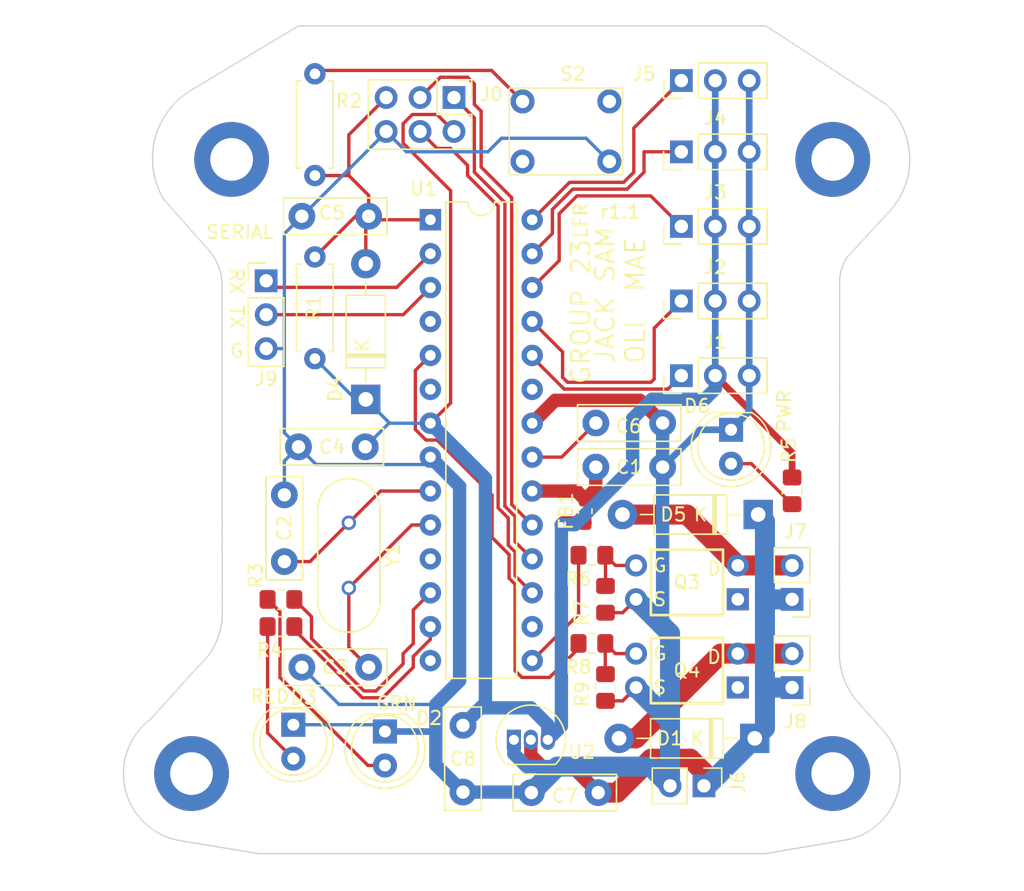
<source format=kicad_pcb>
(kicad_pcb (version 20221018) (generator pcbnew)
  (layers (0 "F.Cu" signal) (31 "B.Cu" signal) (34 "B.Paste" user) (35 "F.Paste" user) (36 "B.SilkS" user "B.Silkscreen") (37 "F.SilkS" user "F.Silkscreen") (38 "B.Mask" user) (39 "F.Mask" user) (44 "Edge.Cuts" user))
  (net 0 "")
  (net 1 "Vdd")
  (net 2 "GND")
  (net 3 "/X1")
  (net 4 "/X2")
  (net 5 "/RESET")
  (net 6 "V+")
  (net 7 "Net-(D1-A)")
  (net 8 "Net-(D2-A)")
  (net 9 "Net-(D3-A)")
  (net 10 "Net-(D5-A)")
  (net 11 "Net-(D6-A)")
  (net 12 "/MISO")
  (net 13 "/SCK")
  (net 14 "/MOSI")
  (net 16 "/PWML")
  (net 18 "/PWMR")
  (net 19 "Net-(R2-Pad2)")
  (net 20 "/LEDG")
  (net 21 "/LEDR")
  (net 22 "/RX")
  (net 23 "/TX")
  (net 30 "/ADC1")
  (net 31 "/ADC2")
  (net 32 "/ADC3")
  (net 33 "/ADC4")
  (net 34 "/ADC5")
  (net 37 "Net-(U1-AREF)")
  (net 38 "/AVCC")
  (net 39 "Net-(Q3-Pad3)")
  (net 40 "Net-(Q4-Pad3)")
  (footprint "Capacitor_THT:C_Disc_D7.5mm_W2.5mm_P5.00mm" (layer "F.Cu") (at 157.44 122.428 180)
    (fp_text reference "C7" (at 2.5 -0.254) (layer "F.SilkS"))
    (fp_text value "1u")
    (pad "1" thru_hole circle (at 0 0 180) (size 2 2) (drill 1) (layers "*.Cu" "*.Mask") (net 6 "V+"))
    (pad "2" thru_hole circle (at 5 0 180) (size 2 2) (drill 1) (layers "*.Cu" "*.Mask") (net 2 "GND"))
  )
  (footprint "Connector_PinHeader_2.54mm:PinHeader_1x02_P2.54mm_Vertical" (layer "F.Cu") (at 165.359 121.92 -90)
    (fp_text reference "J6" (at -0.254 -2.535 90) (layer "F.SilkS"))
    (fp_text value "POWER SUPPLY")
    (pad "1" thru_hole rect (at 0 0 270) (size 1.7 1.7) (drill 1) (layers "*.Cu" "*.Mask") (net 6 "V+"))
    (pad "2" thru_hole oval (at 0 2.54 270) (size 1.7 1.7) (drill 1) (layers "*.Cu" "*.Mask") (net 2 "GND"))
  )
  (footprint "Capacitor_THT:C_Disc_D7.5mm_W2.5mm_P5.00mm" (layer "F.Cu") (at 162.266 94.742 180)
    (fp_text reference "C6" (at 2.55 -0.246) (layer "F.SilkS"))
    (fp_text value "0.1u")
    (pad "1" thru_hole circle (at 0 0 180) (size 2 2) (drill 1) (layers "*.Cu" "*.Mask") (net 2 "GND"))
    (pad "2" thru_hole circle (at 5 0 180) (size 2 2) (drill 1) (layers "*.Cu" "*.Mask") (net 37 "Net-(U1-AREF)"))
  )
  (footprint "LED_THT:LED_D5.0mm" (layer "F.Cu") (at 134.62 117.343 -90)
    (fp_text reference "D3" (at -2.027 -0.762 -180) (layer "F.SilkS"))
    (fp_text value "LEDR")
    (pad "1" thru_hole rect (at 0 0 270) (size 1.8 1.8) (drill 0.9) (layers "*.Cu" "*.Mask") (net 2 "GND"))
    (pad "2" thru_hole circle (at 2.54 0 270) (size 1.8 1.8) (drill 0.9) (layers "*.Cu" "*.Mask") (net 9 "Net-(D3-A)"))
  )
  (footprint "Connector_PinHeader_2.54mm:PinHeader_1x03_P2.54mm_Vertical" (layer "F.Cu") (at 132.588 84.089)
    (fp_text reference "J9" (at 0 7.351) (layer "F.SilkS"))
    (fp_text value "Conn_01x03")
    (pad "1" thru_hole rect (at 0 0) (size 1.7 1.7) (drill 1) (layers "*.Cu" "*.Mask") (net 22 "/RX"))
    (pad "2" thru_hole oval (at 0 2.54) (size 1.7 1.7) (drill 1) (layers "*.Cu" "*.Mask") (net 23 "/TX"))
    (pad "3" thru_hole oval (at 0 5.08) (size 1.7 1.7) (drill 1) (layers "*.Cu" "*.Mask") (net 2 "GND"))
  )
  (footprint "Capacitor_THT:C_Disc_D7.5mm_W2.5mm_P5.00mm" (layer "F.Cu") (at 133.948 105.124 90)
    (fp_text reference "C2" (at 2.5 0 90) (layer "F.SilkS"))
    (fp_text value "22p")
    (pad "1" thru_hole circle (at 0 0 90) (size 2 2) (drill 1) (layers "*.Cu" "*.Mask") (net 3 "/X1"))
    (pad "2" thru_hole circle (at 5 0 90) (size 2 2) (drill 1) (layers "*.Cu" "*.Mask") (net 2 "GND"))
  )
  (footprint "Connector_PinHeader_2.54mm:PinHeader_1x02_P2.54mm_Vertical" (layer "F.Cu") (at 171.958 114.559 180)
    (fp_text reference "J8" (at -0.254 -2.535) (layer "F.SilkS"))
    (fp_text value "MOTOR RIGHT")
    (pad "1" thru_hole rect (at 0 0 180) (size 1.7 1.7) (drill 1) (layers "*.Cu" "*.Mask") (net 6 "V+"))
    (pad "2" thru_hole oval (at 0 2.54 180) (size 1.7 1.7) (drill 1) (layers "*.Cu" "*.Mask") (net 7 "Net-(D1-A)"))
  )
  (footprint "Diode_THT:D_DO-41_SOD81_P10.16mm_Horizontal" (layer "F.Cu") (at 169.164 118.364 180)
    (fp_text reference "D1" (at 6.35 0) (layer "F.SilkS"))
    (fp_text value "1N4004")
    (fp_text user "K" (at 4.318 0) (layer "F.SilkS"))
    (pad "1" thru_hole rect (at 0 0 180) (size 2.2 2.2) (drill 1.1) (layers "*.Cu" "*.Mask") (net 6 "V+"))
    (pad "2" thru_hole oval (at 10.16 0 180) (size 2.2 2.2) (drill 1.1) (layers "*.Cu" "*.Mask") (net 7 "Net-(D1-A)"))
  )
  (footprint "MountingHole:MountingHole_3.2mm_M3_DIN965_Pad" (layer "F.Cu") (at 130 75)
    (fp_text reference "REF**" hide)
    (fp_text value "MountingHole_3.2mm_M3_DIN965_Pad")
    (pad "1" thru_hole circle (at 0 0) (size 5.6 5.6) (drill 3.2) (layers "*.Cu" "*.Mask"))
  )
  (footprint "MountingHole:MountingHole_3.2mm_M3_DIN965_Pad" (layer "F.Cu") (at 127 121)
    (fp_text reference "REF**" hide)
    (fp_text value "MountingHole_3.2mm_M3_DIN965_Pad")
    (pad "1" thru_hole circle (at 0 0) (size 5.6 5.6) (drill 3.2) (layers "*.Cu" "*.Mask"))
  )
  (footprint "Connector_PinHeader_2.54mm:PinHeader_1x03_P2.54mm_Vertical" (layer "F.Cu") (at 163.666 91.194 90)
    (fp_text reference "J1" (at 2.54 2.54 180) (layer "F.SilkS"))
    (fp_text value "Conn_01x03")
    (pad "1" thru_hole rect (at 0 0 90) (size 1.7 1.7) (drill 1) (layers "*.Cu" "*.Mask") (net 30 "/ADC1"))
    (pad "2" thru_hole oval (at 0 2.54 90) (size 1.7 1.7) (drill 1) (layers "*.Cu" "*.Mask") (net 1 "Vdd"))
    (pad "3" thru_hole oval (at 0 5.08 90) (size 1.7 1.7) (drill 1) (layers "*.Cu" "*.Mask") (net 2 "GND"))
  )
  (footprint "Resistor_SMD:R_0805_2012Metric_Pad1.20x1.40mm_HandSolder" (layer "F.Cu") (at 156.972 111.252)
    (fp_text reference "R8" (at -1.016 1.778) (layer "F.SilkS"))
    (fp_text value "100R")
    (pad "1" smd roundrect (at -1 0) (size 1.2 1.4) (layers "F.Cu" "F.Paste" "F.Mask") (roundrect_rratio 0.2083333333) (net 18 "/PWMR"))
    (pad "2" smd roundrect (at 1 0) (size 1.2 1.4) (layers "F.Cu" "F.Paste" "F.Mask") (roundrect_rratio 0.2083333333) (net 40 "Net-(Q4-Pad3)"))
  )
  (footprint "Diode_THT:D_DO-41_SOD81_P10.16mm_Horizontal" (layer "F.Cu") (at 169.418 101.6 180)
    (fp_text reference "D5" (at 6.35 0) (layer "F.SilkS"))
    (fp_text value "1N4004")
    (fp_text user "K" (at 4.318 0) (layer "F.SilkS"))
    (pad "1" thru_hole rect (at 0 0 180) (size 2.2 2.2) (drill 1.1) (layers "*.Cu" "*.Mask") (net 6 "V+"))
    (pad "2" thru_hole oval (at 10.16 0 180) (size 2.2 2.2) (drill 1.1) (layers "*.Cu" "*.Mask") (net 10 "Net-(D5-A)"))
  )
  (footprint "LED_THT:LED_D5.0mm" (layer "F.Cu") (at 167.386 95.25 -90)
    (fp_text reference "D6" (at -1.778 2.54 -180) (layer "F.SilkS"))
    (fp_text value "LEDR")
    (pad "1" thru_hole rect (at 0 0 270) (size 1.8 1.8) (drill 0.9) (layers "*.Cu" "*.Mask") (net 2 "GND"))
    (pad "2" thru_hole circle (at 2.54 0 270) (size 1.8 1.8) (drill 0.9) (layers "*.Cu" "*.Mask") (net 11 "Net-(D6-A)"))
  )
  (footprint "Capacitor_THT:C_Disc_D7.5mm_W2.5mm_P5.00mm" (layer "F.Cu") (at 157.266 98.044)
    (fp_text reference "C1" (at 2.5 0) (layer "F.SilkS"))
    (fp_text value "0.1u")
    (pad "1" thru_hole circle (at 0 0) (size 2 2) (drill 1) (layers "*.Cu" "*.Mask") (net 38 "/AVCC"))
    (pad "2" thru_hole circle (at 5 0) (size 2 2) (drill 1) (layers "*.Cu" "*.Mask") (net 2 "GND"))
  )
  (footprint "Resistor_SMD:R_0805_2012Metric_Pad1.20x1.40mm_HandSolder" (layer "F.Cu") (at 156.972 104.648)
    (fp_text reference "R6" (at -1.016 1.778) (layer "F.SilkS"))
    (fp_text value "100R")
    (pad "1" smd roundrect (at -1 0) (size 1.2 1.4) (layers "F.Cu" "F.Paste" "F.Mask") (roundrect_rratio 0.2083333333) (net 16 "/PWML"))
    (pad "2" smd roundrect (at 1 0) (size 1.2 1.4) (layers "F.Cu" "F.Paste" "F.Mask") (roundrect_rratio 0.2083333333) (net 39 "Net-(Q3-Pad3)"))
  )
  (footprint "Resistor_SMD:R_0805_2012Metric_Pad1.20x1.40mm_HandSolder" (layer "F.Cu") (at 133.694 109.99 180)
    (fp_text reference "R4" (at 0.852 -1.77) (layer "F.SilkS"))
    (fp_text value "100R")
    (pad "1" smd roundrect (at -1 0 180) (size 1.2 1.4) (layers "F.Cu" "F.Paste" "F.Mask") (roundrect_rratio 0.2083333333) (net 21 "/LEDR"))
    (pad "2" smd roundrect (at 1 0 180) (size 1.2 1.4) (layers "F.Cu" "F.Paste" "F.Mask") (roundrect_rratio 0.2083333333) (net 9 "Net-(D3-A)"))
  )
  (footprint "MountingHole:MountingHole_3.2mm_M3_DIN965_Pad" (layer "F.Cu") (at 175 121)
    (fp_text reference "REF**" hide)
    (fp_text value "MountingHole_3.2mm_M3_DIN965_Pad")
    (pad "1" thru_hole circle (at 0 0) (size 5.6 5.6) (drill 3.2) (layers "*.Cu" "*.Mask"))
  )
  (footprint "Package_DIP:DIP-28_W7.62mm" (layer "F.Cu") (at 144.88 79.52)
    (fp_text reference "U1" (at -0.518 -2.33) (layer "F.SilkS"))
    (fp_text value "ATmega328-P")
    (pad "1" thru_hole rect (at 0 0) (size 1.6 1.6) (drill 0.8) (layers "*.Cu" "*.Mask") (net 5 "/RESET"))
    (pad "2" thru_hole oval (at 0 2.54) (size 1.6 1.6) (drill 0.8) (layers "*.Cu" "*.Mask") (net 22 "/RX"))
    (pad "3" thru_hole oval (at 0 5.08) (size 1.6 1.6) (drill 0.8) (layers "*.Cu" "*.Mask") (net 23 "/TX"))
    (pad "4" thru_hole oval (at 0 7.62) (size 1.6 1.6) (drill 0.8) (layers "*.Cu" "*.Mask"))
    (pad "5" thru_hole oval (at 0 10.16) (size 1.6 1.6) (drill 0.8) (layers "*.Cu" "*.Mask") (net 18 "/PWMR"))
    (pad "6" thru_hole oval (at 0 12.7) (size 1.6 1.6) (drill 0.8) (layers "*.Cu" "*.Mask"))
    (pad "7" thru_hole oval (at 0 15.24) (size 1.6 1.6) (drill 0.8) (layers "*.Cu" "*.Mask") (net 1 "Vdd"))
    (pad "8" thru_hole oval (at 0 17.78) (size 1.6 1.6) (drill 0.8) (layers "*.Cu" "*.Mask") (net 2 "GND"))
    (pad "9" thru_hole oval (at 0 20.32) (size 1.6 1.6) (drill 0.8) (layers "*.Cu" "*.Mask") (net 3 "/X1"))
    (pad "10" thru_hole oval (at 0 22.86) (size 1.6 1.6) (drill 0.8) (layers "*.Cu" "*.Mask") (net 4 "/X2"))
    (pad "11" thru_hole oval (at 0 25.4) (size 1.6 1.6) (drill 0.8) (layers "*.Cu" "*.Mask"))
    (pad "12" thru_hole oval (at 0 27.94) (size 1.6 1.6) (drill 0.8) (layers "*.Cu" "*.Mask") (net 20 "/LEDG"))
    (pad "13" thru_hole oval (at 0 30.48) (size 1.6 1.6) (drill 0.8) (layers "*.Cu" "*.Mask") (net 21 "/LEDR"))
    (pad "14" thru_hole oval (at 0 33.02) (size 1.6 1.6) (drill 0.8) (layers "*.Cu" "*.Mask"))
    (pad "15" thru_hole oval (at 7.62 33.02) (size 1.6 1.6) (drill 0.8) (layers "*.Cu" "*.Mask") (net 16 "/PWML"))
    (pad "16" thru_hole oval (at 7.62 30.48) (size 1.6 1.6) (drill 0.8) (layers "*.Cu" "*.Mask"))
    (pad "17" thru_hole oval (at 7.62 27.94) (size 1.6 1.6) (drill 0.8) (layers "*.Cu" "*.Mask") (net 14 "/MOSI"))
    (pad "18" thru_hole oval (at 7.62 25.4) (size 1.6 1.6) (drill 0.8) (layers "*.Cu" "*.Mask") (net 12 "/MISO"))
    (pad "19" thru_hole oval (at 7.62 22.86) (size 1.6 1.6) (drill 0.8) (layers "*.Cu" "*.Mask") (net 13 "/SCK"))
    (pad "20" thru_hole oval (at 7.62 20.32) (size 1.6 1.6) (drill 0.8) (layers "*.Cu" "*.Mask") (net 38 "/AVCC"))
    (pad "21" thru_hole oval (at 7.62 17.78) (size 1.6 1.6) (drill 0.8) (layers "*.Cu" "*.Mask") (net 37 "Net-(U1-AREF)"))
    (pad "22" thru_hole oval (at 7.62 15.24) (size 1.6 1.6) (drill 0.8) (layers "*.Cu" "*.Mask") (net 2 "GND"))
    (pad "23" thru_hole oval (at 7.62 12.7) (size 1.6 1.6) (drill 0.8) (layers "*.Cu" "*.Mask"))
    (pad "24" thru_hole oval (at 7.62 10.16) (size 1.6 1.6) (drill 0.8) (layers "*.Cu" "*.Mask") (net 30 "/ADC1"))
    (pad "25" thru_hole oval (at 7.62 7.62) (size 1.6 1.6) (drill 0.8) (layers "*.Cu" "*.Mask") (net 31 "/ADC2"))
    (pad "26" thru_hole oval (at 7.62 5.08) (size 1.6 1.6) (drill 0.8) (layers "*.Cu" "*.Mask") (net 32 "/ADC3"))
    (pad "27" thru_hole oval (at 7.62 2.54) (size 1.6 1.6) (drill 0.8) (layers "*.Cu" "*.Mask") (net 33 "/ADC4"))
    (pad "28" thru_hole oval (at 7.62 0) (size 1.6 1.6) (drill 0.8) (layers "*.Cu" "*.Mask") (net 34 "/ADC5"))
  )
  (footprint "Capacitor_THT:C_Disc_D7.5mm_W2.5mm_P5.00mm" (layer "F.Cu") (at 140.258 113.038 180)
    (fp_text reference "C3" (at 2.5 0 180) (layer "F.SilkS"))
    (fp_text value "22p")
    (pad "1" thru_hole circle (at 0 0 180) (size 2 2) (drill 1) (layers "*.Cu" "*.Mask") (net 4 "/X2"))
    (pad "2" thru_hole circle (at 5 0 180) (size 2 2) (drill 1) (layers "*.Cu" "*.Mask") (net 2 "GND"))
  )
  (footprint "IRLD014PBF:DIP762W56P254L490H457Q4P" (layer "F.Cu") (at 164.084 106.68 180)
    (fp_text reference "Q3" (at 0 0) (layer "F.SilkS") (effects (font (size 1.000142 1.000142))))
    (fp_text value "IRLD014PBF")
    (fp_text user "S" (at 2.032 -1.27) (layer "F.SilkS"))
    (fp_text user "G" (at 2.032 1.27) (layer "F.SilkS"))
    (fp_text user "D" (at -2.032 1.016) (layer "F.SilkS"))
    (pad "1" thru_hole rect (at -3.81 -1.27 180) (size 1.65 1.65) (drill 0.95) (layers "*.Cu" "*.Mask"))
    (pad "2" thru_hole circle (at -3.81 1.27 180) (size 1.65 1.65) (drill 0.95) (layers "*.Cu" "*.Mask") (net 10 "Net-(D5-A)"))
    (pad "3" thru_hole circle (at 3.81 1.27 180) (size 1.65 1.65) (drill 0.95) (layers "*.Cu" "*.Mask") (net 39 "Net-(Q3-Pad3)"))
    (pad "4" thru_hole circle (at 3.81 -1.27 180) (size 1.65 1.65) (drill 0.95) (layers "*.Cu" "*.Mask") (net 2 "GND"))
  )
  (footprint "Connector_PinHeader_2.54mm:PinHeader_1x03_P2.54mm_Vertical" (layer "F.Cu") (at 163.666 69.096 90)
    (fp_text reference "J5" (at 0.508 -2.794 180) (layer "F.SilkS"))
    (fp_text value "Conn_01x03")
    (pad "1" thru_hole rect (at 0 0 90) (size 1.7 1.7) (drill 1) (layers "*.Cu" "*.Mask") (net 34 "/ADC5"))
    (pad "2" thru_hole oval (at 0 2.54 90) (size 1.7 1.7) (drill 1) (layers "*.Cu" "*.Mask") (net 1 "Vdd"))
    (pad "3" thru_hole oval (at 0 5.08 90) (size 1.7 1.7) (drill 1) (layers "*.Cu" "*.Mask") (net 2 "GND"))
  )
  (footprint "Resistor_THT:R_Axial_DIN0207_L6.3mm_D2.5mm_P7.62mm_Horizontal" (layer "F.Cu") (at 136.234 76.208 90)
    (fp_text reference "R2" (at 5.588 2.54 180) (layer "F.SilkS"))
    (fp_text value "330R")
    (pad "1" thru_hole circle (at 0 0 90) (size 1.6 1.6) (drill 0.8) (layers "*.Cu" "*.Mask") (net 5 "/RESET"))
    (pad "2" thru_hole oval (at 7.62 0 90) (size 1.6 1.6) (drill 0.8) (layers "*.Cu" "*.Mask") (net 19 "Net-(R2-Pad2)"))
  )
  (footprint "Capacitor_THT:C_Disc_D7.5mm_W2.5mm_P5.00mm" (layer "F.Cu") (at 140.258 79.256 180)
    (fp_text reference "C5" (at 2.754 0.254 180) (layer "F.SilkS"))
    (fp_text value "0.1u")
    (pad "1" thru_hole circle (at 0 0 180) (size 2 2) (drill 1) (layers "*.Cu" "*.Mask") (net 5 "/RESET"))
    (pad "2" thru_hole circle (at 5 0 180) (size 2 2) (drill 1) (layers "*.Cu" "*.Mask") (net 2 "GND"))
  )
  (footprint "Resistor_SMD:R_0805_2012Metric_Pad1.20x1.40mm_HandSolder" (layer "F.Cu") (at 171.958 99.822 -90)
    (fp_text reference "R5" (at -3.048 0.254 90) (layer "F.SilkS"))
    (fp_text value "100R")
    (pad "1" smd roundrect (at -1 0 270) (size 1.2 1.4) (layers "F.Cu" "F.Paste" "F.Mask") (roundrect_rratio 0.2083333333) (net 1 "Vdd"))
    (pad "2" smd roundrect (at 1 0 270) (size 1.2 1.4) (layers "F.Cu" "F.Paste" "F.Mask") (roundrect_rratio 0.2083333333) (net 11 "Net-(D6-A)"))
  )
  (footprint "Capacitor_THT:C_Disc_D7.5mm_W2.5mm_P5.00mm" (layer "F.Cu") (at 135.004 96.528)
    (fp_text reference "C4" (at 2.5 0) (layer "F.SilkS"))
    (fp_text value "0.1u")
    (pad "1" thru_hole circle (at 0 0) (size 2 2) (drill 1) (layers "*.Cu" "*.Mask") (net 2 "GND"))
    (pad "2" thru_hole circle (at 5 0) (size 2 2) (drill 1) (layers "*.Cu" "*.Mask") (net 1 "Vdd"))
  )
  (footprint "LED_THT:LED_D5.0mm" (layer "F.Cu") (at 141.478 117.851 -90)
    (fp_text reference "D2" (at -1.011 -3.302 -180) (layer "F.SilkS"))
    (fp_text value "LEDG")
    (pad "1" thru_hole rect (at 0 0 270) (size 1.8 1.8) (drill 0.9) (layers "*.Cu" "*.Mask") (net 2 "GND"))
    (pad "2" thru_hole circle (at 2.54 0 270) (size 1.8 1.8) (drill 0.9) (layers "*.Cu" "*.Mask") (net 8 "Net-(D2-A)"))
  )
  (footprint "Resistor_THT:R_Axial_DIN0207_L6.3mm_D2.5mm_P7.62mm_Horizontal" (layer "F.Cu") (at 136.234 89.924 90)
    (fp_text reference "R1" (at 3.81 -0.09 90) (layer "F.SilkS"))
    (fp_text value "4.7k")
    (pad "1" thru_hole circle (at 0 0 90) (size 1.6 1.6) (drill 0.8) (layers "*.Cu" "*.Mask") (net 1 "Vdd"))
    (pad "2" thru_hole oval (at 7.62 0 90) (size 1.6 1.6) (drill 0.8) (layers "*.Cu" "*.Mask") (net 5 "/RESET"))
  )
  (footprint "HC-49_U-S16000000ABJB:XTAL_HC49P488W43L1150T466H350" (layer "F.Cu") (at 138.774 104.656 -90)
    (fp_text reference "Y1" (at 0 -3.302 90) (layer "F.SilkS") (effects (font (size 1.000969 1.000969))))
    (fp_text value "HC-49/U-S16000000ABJB")
    (pad "1" thru_hole circle (at -2.44 0 270) (size 1.08 1.08) (drill 0.68) (layers "*.Cu" "*.Mask") (net 3 "/X1"))
    (pad "2" thru_hole circle (at 2.44 0 270) (size 1.08 1.08) (drill 0.68) (layers "*.Cu" "*.Mask") (net 4 "/X2"))
  )
  (footprint "Connector_PinHeader_2.54mm:PinHeader_1x03_P2.54mm_Vertical" (layer "F.Cu") (at 163.666 80.018 90)
    (fp_text reference "J3" (at 2.54 2.54 180) (layer "F.SilkS"))
    (fp_text value "Conn_01x03")
    (pad "1" thru_hole rect (at 0 0 90) (size 1.7 1.7) (drill 1) (layers "*.Cu" "*.Mask") (net 32 "/ADC3"))
    (pad "2" thru_hole oval (at 0 2.54 90) (size 1.7 1.7) (drill 1) (layers "*.Cu" "*.Mask") (net 1 "Vdd"))
    (pad "3" thru_hole oval (at 0 5.08 90) (size 1.7 1.7) (drill 1) (layers "*.Cu" "*.Mask") (net 2 "GND"))
  )
  (footprint "Resistor_SMD:R_0805_2012Metric_Pad1.20x1.40mm_HandSolder" (layer "F.Cu") (at 157.988 107.95 -90)
    (fp_text reference "R7" (at 1.016 1.778 90) (layer "F.SilkS"))
    (fp_text value "1M")
    (pad "1" smd roundrect (at -1 0 270) (size 1.2 1.4) (layers "F.Cu" "F.Paste" "F.Mask") (roundrect_rratio 0.2083333333) (net 39 "Net-(Q3-Pad3)"))
    (pad "2" smd roundrect (at 1 0 270) (size 1.2 1.4) (layers "F.Cu" "F.Paste" "F.Mask") (roundrect_rratio 0.2083333333) (net 2 "GND"))
  )
  (footprint "Diode_THT:D_DO-41_SOD81_P10.16mm_Horizontal" (layer "F.Cu") (at 140.044 92.972 90)
    (fp_text reference "D4" (at 0.762 -2.286 90) (layer "F.SilkS"))
    (fp_text value "SB130")
    (fp_text user "K" (at 4.064 -0.254 90) (layer "F.SilkS"))
    (pad "1" thru_hole rect (at 0 0 90) (size 2.2 2.2) (drill 1.1) (layers "*.Cu" "*.Mask") (net 1 "Vdd"))
    (pad "2" thru_hole oval (at 10.16 0 90) (size 2.2 2.2) (drill 1.1) (layers "*.Cu" "*.Mask") (net 5 "/RESET"))
  )
  (footprint "Connector_PinHeader_2.54mm:PinHeader_1x02_P2.54mm_Vertical" (layer "F.Cu") (at 171.958 107.955 180)
    (fp_text reference "J7" (at -0.254 5.085) (layer "F.SilkS"))
    (fp_text value "MOTOR LEFT")
    (pad "1" thru_hole rect (at 0 0 180) (size 1.7 1.7) (drill 1) (layers "*.Cu" "*.Mask") (net 6 "V+"))
    (pad "2" thru_hole oval (at 0 2.54 180) (size 1.7 1.7) (drill 1) (layers "*.Cu" "*.Mask") (net 10 "Net-(D5-A)"))
  )
  (footprint "Package_TO_SOT_THT:TO-92_Inline" (layer "F.Cu") (at 151.13 118.47)
    (fp_text reference "U2" (at 5.08 0.91) (layer "F.SilkS"))
    (fp_text value "MCP1700x-330xxTO")
    (pad "1" thru_hole rect (at 0 0) (size 1.05 1.5) (drill 0.75) (layers "*.Cu" "*.Mask") (net 2 "GND"))
    (pad "2" thru_hole oval (at 1.27 0) (size 1.05 1.5) (drill 0.75) (layers "*.Cu" "*.Mask") (net 6 "V+"))
    (pad "3" thru_hole oval (at 2.54 0) (size 1.05 1.5) (drill 0.75) (layers "*.Cu" "*.Mask") (net 1 "Vdd"))
  )
  (footprint "Connector_PinHeader_2.54mm:PinHeader_2x03_P2.54mm_Vertical" (layer "F.Cu") (at 146.648 70.366 -90)
    (fp_text reference "J0" (at -0.254 -2.794 180) (layer "F.SilkS"))
    (fp_text value "Conn_02x03_Odd_Even")
    (pad "1" thru_hole rect (at 0 0 270) (size 1.7 1.7) (drill 1) (layers "*.Cu" "*.Mask") (net 12 "/MISO"))
    (pad "2" thru_hole oval (at 2.54 0 270) (size 1.7 1.7) (drill 1) (layers "*.Cu" "*.Mask") (net 1 "Vdd"))
    (pad "3" thru_hole oval (at 0 2.54 270) (size 1.7 1.7) (drill 1) (layers "*.Cu" "*.Mask") (net 13 "/SCK"))
    (pad "4" thru_hole oval (at 2.54 2.54 270) (size 1.7 1.7) (drill 1) (layers "*.Cu" "*.Mask") (net 14 "/MOSI"))
    (pad "5" thru_hole oval (at 0 5.08 270) (size 1.7 1.7) (drill 1) (layers "*.Cu" "*.Mask") (net 5 "/RESET"))
    (pad "6" thru_hole oval (at 2.54 5.08 270) (size 1.7 1.7) (drill 1) (layers "*.Cu" "*.Mask") (net 2 "GND"))
  )
  (footprint "Capacitor_THT:C_Disc_D7.5mm_W2.5mm_P5.00mm" (layer "F.Cu") (at 147.32 117.388 -90)
    (fp_text reference "C8" (at 2.5 0) (layer "F.SilkS"))
    (fp_text value "1u")
    (pad "1" thru_hole circle (at 0 0 270) (size 2 2) (drill 1) (layers "*.Cu" "*.Mask") (net 1 "Vdd"))
    (pad "2" thru_hole circle (at 5 0 270) (size 2 2) (drill 1) (layers "*.Cu" "*.Mask") (net 2 "GND"))
  )
  (footprint "Resistor_SMD:R_0805_2012Metric_Pad1.20x1.40mm_HandSolder" (layer "F.Cu") (at 157.988 114.554 -90)
    (fp_text reference "R9" (at 0.508 1.778 90) (layer "F.SilkS"))
    (fp_text value "1M")
    (pad "1" smd roundrect (at -1 0 270) (size 1.2 1.4) (layers "F.Cu" "F.Paste" "F.Mask") (roundrect_rratio 0.2083333333) (net 40 "Net-(Q4-Pad3)"))
    (pad "2" smd roundrect (at 1 0 270) (size 1.2 1.4) (layers "F.Cu" "F.Paste" "F.Mask") (roundrect_rratio 0.2083333333) (net 2 "GND"))
  )
  (footprint "MountingHole:MountingHole_3.2mm_M3_DIN965_Pad" (layer "F.Cu") (at 175 75)
    (fp_text reference "REF**" hide)
    (fp_text value "MountingHole_3.2mm_M3_DIN965_Pad")
    (pad "1" thru_hole circle (at 0 0) (size 5.6 5.6) (drill 3.2) (layers "*.Cu" "*.Mask"))
  )
  (footprint "Connector_PinHeader_2.54mm:PinHeader_1x03_P2.54mm_Vertical" (layer "F.Cu") (at 163.666 85.606 90)
    (fp_text reference "J2" (at 2.54 2.54 180) (layer "F.SilkS"))
    (fp_text value "Conn_01x03")
    (pad "1" thru_hole rect (at 0 0 90) (size 1.7 1.7) (drill 1) (layers "*.Cu" "*.Mask") (net 31 "/ADC2"))
    (pad "2" thru_hole oval (at 0 2.54 90) (size 1.7 1.7) (drill 1) (layers "*.Cu" "*.Mask") (net 1 "Vdd"))
    (pad "3" thru_hole oval (at 0 5.08 90) (size 1.7 1.7) (drill 1) (layers "*.Cu" "*.Mask") (net 2 "GND"))
  )
  (footprint "BUTTON:NO_MOM_BUTTON" (layer "F.Cu") (at 151.78 75.156)
    (fp_text reference "S2" (at 3.75 -6.568 unlocked) (layer "F.SilkS"))
    (fp_text value "Button_NO_01x02")
    (pad "1" thru_hole circle (at 0 -4.5) (size 1.8 1.8) (drill 1) (layers "*.Cu" "*.Mask") (net 19 "Net-(R2-Pad2)"))
    (pad "2" thru_hole circle (at 0 0) (size 1.8 1.8) (drill 1) (layers "*.Cu" "*.Mask"))
    (pad "3" thru_hole circle (at 6.5 -4.5) (size 1.8 1.8) (drill 1) (layers "*.Cu" "*.Mask"))
    (pad "4" thru_hole circle (at 6.5 0) (size 1.8 1.8) (drill 1) (layers "*.Cu" "*.Mask") (net 2 "GND"))
  )
  (footprint "IRLD014PBF:DIP762W56P254L490H457Q4P" (layer "F.Cu") (at 164.084 113.284 180)
    (fp_text reference "Q4" (at 0 0) (layer "F.SilkS") (effects (font (size 1.000142 1.000142))))
    (fp_text value "IRLD014PBF")
    (fp_text user "S" (at 2.032 -1.27) (layer "F.SilkS"))
    (fp_text user "D" (at -2.032 1.016) (layer "F.SilkS"))
    (fp_text user "G" (at 2.032 1.27) (layer "F.SilkS"))
    (pad "1" thru_hole rect (at -3.81 -1.27 180) (size 1.65 1.65) (drill 0.95) (layers "*.Cu" "*.Mask"))
    (pad "2" thru_hole circle (at -3.81 1.27 180) (size 1.65 1.65) (drill 0.95) (layers "*.Cu" "*.Mask") (net 7 "Net-(D1-A)"))
    (pad "3" thru_hole circle (at 3.81 1.27 180) (size 1.65 1.65) (drill 0.95) (layers "*.Cu" "*.Mask") (net 40 "Net-(Q4-Pad3)"))
    (pad "4" thru_hole circle (at 3.81 -1.27 180) (size 1.65 1.65) (drill 0.95) (layers "*.Cu" "*.Mask") (net 2 "GND"))
  )
  (footprint "Connector_PinHeader_2.54mm:PinHeader_1x03_P2.54mm_Vertical" (layer "F.Cu") (at 163.666 74.43 90)
    (fp_text reference "J4" (at 2.54 2.54 180) (layer "F.SilkS"))
    (fp_text value "Conn_01x03")
    (pad "1" thru_hole rect (at 0 0 90) (size 1.7 1.7) (drill 1) (layers "*.Cu" "*.Mask") (net 33 "/ADC4"))
    (pad "2" thru_hole oval (at 0 2.54 90) (size 1.7 1.7) (drill 1) (layers "*.Cu" "*.Mask") (net 1 "Vdd"))
    (pad "3" thru_hole oval (at 0 5.08 90) (size 1.7 1.7) (drill 1) (layers "*.Cu" "*.Mask") (net 2 "GND"))
  )
  (footprint "Resistor_SMD:R_0805_2012Metric_Pad1.20x1.40mm_HandSolder" (layer "F.Cu") (at 133.694 107.958 180)
    (fp_text reference "R3" (at 1.868 1.786 270) (layer "F.SilkS"))
    (fp_text value "56R")
    (pad "1" smd roundrect (at -1 0 180) (size 1.2 1.4) (layers "F.Cu" "F.Paste" "F.Mask") (roundrect_rratio 0.2083333333) (net 20 "/LEDG"))
    (pad "2" smd roundrect (at 1 0 180) (size 1.2 1.4) (layers "F.Cu" "F.Paste" "F.Mask") (roundrect_rratio 0.2083333333) (net 8 "Net-(D2-A)"))
  )
  (footprint "Inductor_SMD:L_0603_1608Metric_Pad1.05x0.95mm_HandSolder" (layer "F.Cu") (at 156.464 101.346 90)
    (fp_text reference "FB1" (at 0 -1.43 90) (layer "F.SilkS"))
    (fp_text value "FerriteBead")
    (pad "1" smd roundrect (at -0.875 0 90) (size 1.05 0.95) (layers "F.Cu" "F.Paste" "F.Mask") (net 1 "Vdd"))
    (pad "2" smd roundrect (at 0.875 0 90) (size 1.05 0.95) (layers "F.Cu" "F.Paste" "F.Mask") (net 38 "/AVCC"))
  )
  (gr_arc (start 176.824087 115.579354) (mid 175.84163 113.908206) (end 175.499998 112.000001) (stroke (width 0.1)) (layer "Edge.Cuts"))
  (gr_line (start 135 65) (end 127.127 69.723001) (stroke (width 0.1)) (layer "Edge.Cuts"))
  (gr_line (start 132.04 127) (end 169.96 127) (stroke (width 0.1)) (layer "Edge.Cuts"))
  (gr_line (start 170 65) (end 179.074923 70.925077) (stroke (width 0.1)) (layer "Edge.Cuts"))
  (gr_line (start 126 125.999999) (end 132.04 127) (stroke (width 0.1)) (layer "Edge.Cuts"))
  (gr_line (start 124.938981 78.019175) (end 128.158817 81.645871) (stroke (width 0.1)) (layer "Edge.Cuts"))
  (gr_arc (start 129.3 109) (mid 128.821151 111.201477) (end 127.471132 113.005152) (stroke (width 0.1)) (layer "Edge.Cuts"))
  (gr_line (start 129.286 84.455) (end 129.3 109) (stroke (width 0.1)) (layer "Edge.Cuts"))
  (gr_arc (start 175.514 84.201) (mid 175.656155 83.223917) (end 176.070833 82.327848) (stroke (width 0.1)) (layer "Edge.Cuts"))
  (gr_line (start 170 65) (end 135 65) (stroke (width 0.1)) (layer "Edge.Cuts"))
  (gr_arc (start 179.074923 70.925077) (mid 180.762811 75) (end 179.074923 79.074923) (stroke (width 0.1)) (layer "Edge.Cuts"))
  (gr_line (start 175.499998 112.000001) (end 175.514 84.201) (stroke (width 0.1)) (layer "Edge.Cuts"))
  (gr_line (start 176.824087 115.579354) (end 178.7 117.7) (stroke (width 0.1)) (layer "Edge.Cuts"))
  (gr_arc (start 128.158817 81.645871) (mid 128.993692 82.941581) (end 129.286 84.455) (stroke (width 0.1)) (layer "Edge.Cuts"))
  (gr_arc (start 124.938981 78.019175) (mid 124.275052 73.407452) (end 127.127 69.723001) (stroke (width 0.1)) (layer "Edge.Cuts"))
  (gr_line (start 127.471132 113.005152) (end 123.940589 116.920785) (stroke (width 0.1)) (layer "Edge.Cuts"))
  (gr_arc (start 178.7 117.7) (mid 179.818322 122.602479) (end 176.071126 125.955606) (stroke (width 0.1)) (layer "Edge.Cuts"))
  (gr_arc (start 126 125.999999) (mid 122.027301 122.127942) (end 123.940589 116.920785) (stroke (width 0.1)) (layer "Edge.Cuts"))
  (gr_line (start 169.96 127) (end 176.071126 125.955606) (stroke (width 0.1)) (layer "Edge.Cuts"))
  (gr_line (start 179.074923 79.074923) (end 176.070833 82.327848) (stroke (width 0.1)) (layer "Edge.Cuts"))
  (gr_text "G" (at 129.794 89.916) (layer "F.SilkS") (effects (font (size 1 1)) (justify left bottom)))
  (gr_text "RED" (at 131.318 115.824) (layer "F.SilkS") (effects (font (size 1 1)) (justify left bottom)))
  (gr_text "r1.1" (at 157.48 79.502) (layer "F.SilkS") (effects (font (size 1 1) (thickness 0.16)) (justify left bottom)))
  (gr_text "JACK SAM\nOLI  MAE" (at 161.036 90.424 90) (layer "F.SilkS") (effects (font (size 1.4 1.4) (thickness 0.16)) (justify left bottom)))
  (gr_text "PWR" (at 171.958 95.504 90) (layer "F.SilkS") (effects (font (size 1 1)) (justify left bottom)))
  (gr_text "SERIAL" (at 128.016 81.026) (layer "F.SilkS") (effects (font (size 1 1)) (justify left bottom)))
  (gr_text "TX" (at 129.794 85.852 -90) (layer "F.SilkS") (effects (font (size 1 1)) (justify left bottom)))
  (gr_text "GROUP 23" (at 156.972 91.948 90) (layer "F.SilkS") (effects (font (size 1.4 1.4) (thickness 0.16)) (justify left bottom)))
  (gr_text "GRN" (at 140.716 116.332) (layer "F.SilkS") (effects (font (size 1 1)) (justify left bottom)))
  (gr_text "LFR" (at 156.718 81.026 90) (layer "F.SilkS") (effects (font (size 1 1) (thickness 0.16)) (justify left bottom)))
  (gr_text "RX" (at 129.794 83.058 -90) (layer "F.SilkS") (effects (font (size 1 1)) (justify left bottom)))
  (segment (start 156.464 102.221) (end 154.827 102.221) (width 1) (layer "F.Cu") (net 1))
  (segment (start 143.531149 71.636) (end 142.838 72.329149) (width 0.25) (layer "F.Cu") (net 1))
  (segment (start 146.394 93.246) (end 144.88 94.76) (width 0.25) (layer "F.Cu") (net 1))
  (segment (start 142.838 73.784) (end 146.394 77.34) (width 0.25) (layer "F.Cu") (net 1))
  (segment (start 146.648 72.906) (end 145.378 71.636) (width 0.25) (layer "F.Cu") (net 1))
  (segment (start 166.206 91.194) (end 171.958 96.946) (width 0.5) (layer "F.Cu") (net 1))
  (segment (start 145.378 71.636) (end 143.531149 71.636) (width 0.25) (layer "F.Cu") (net 1))
  (segment (start 171.958 96.946) (end 171.958 98.822) (width 0.5) (layer "F.Cu") (net 1))
  (segment (start 146.394 77.34) (end 146.394 93.246) (width 0.25) (layer "F.Cu") (net 1))
  (segment (start 142.838 72.329149) (end 142.838 73.784) (width 0.25) (layer "F.Cu") (net 1))
  (segment (start 154.827 102.221) (end 154.686 102.362) (width 1) (layer "F.Cu") (net 1))
  (via (at 154.686 102.362) (size 1) (drill 0.4) (layers "F.Cu" "B.Cu") (net 1))
  (segment (start 149 115.708) (end 149 98.88) (width 1) (layer "B.Cu") (net 1))
  (segment (start 166.206 74.43) (end 166.206 80.018) (width 0.5) (layer "B.Cu") (net 1))
  (segment (start 153.67 117.348) (end 153.67 118.47) (width 1) (layer "B.Cu") (net 1))
  (segment (start 140.044 92.972) (end 141.772 94.7) (width 0.25) (layer "B.Cu") (net 1))
  (segment (start 154.686 117.454) (end 154.686 107.696) (width 1) (layer "B.Cu") (net 1))
  (segment (start 153.67 118.47) (end 154.686 117.454) (width 1) (layer "B.Cu") (net 1))
  (segment (start 166.206 69.096) (end 166.206 74.43) (width 0.5) (layer "B.Cu") (net 1))
  (segment (start 160.02 94.408918) (end 161.464918 92.964) (width 1) (layer "B.Cu") (net 1))
  (segment (start 140.004 96.528) (end 141.772 94.76) (width 0.25) (layer "B.Cu") (net 1))
  (segment (start 141.772 94.76) (end 144.88 94.76) (width 0.25) (layer "B.Cu") (net 1))
  (segment (start 141.772 94.7) (end 141.772 94.76) (width 0.25) (layer "B.Cu") (net 1))
  (segment (start 161.464918 92.964) (end 165.418 92.964) (width 1) (layer "B.Cu") (net 1))
  (segment (start 148.63 116.078) (end 152.4 116.078) (width 1) (layer "B.Cu") (net 1))
  (segment (start 154.686 102.362) (end 155.702 102.362) (width 1) (layer "B.Cu") (net 1))
  (segment (start 165.418 92.964) (end 166.206 92.176) (width 1) (layer "B.Cu") (net 1))
  (segment (start 160.02 98.044) (end 160.02 94.408918) (width 1) (layer "B.Cu") (net 1))
  (segment (start 166.206 80.018) (end 166.206 85.606) (width 0.5) (layer "B.Cu") (net 1))
  (segment (start 139.282 92.972) (end 140.044 92.972) (width 0.25) (layer "B.Cu") (net 1))
  (segment (start 166.206 85.606) (end 166.206 91.194) (width 0.5) (layer "B.Cu") (net 1))
  (segment (start 152.4 116.078) (end 153.67 117.348) (width 1) (layer "B.Cu") (net 1))
  (segment (start 136.234 89.924) (end 139.282 92.972) (width 0.25) (layer "B.Cu") (net 1))
  (segment (start 166.206 92.176) (end 166.206 91.194) (width 1) (layer "B.Cu") (net 1))
  (segment (start 147.32 117.388) (end 149 115.708) (width 1) (layer "B.Cu") (net 1))
  (segment (start 155.702 102.362) (end 160.02 98.044) (width 1) (layer "B.Cu") (net 1))
  (segment (start 147.32 117.388) (end 148.63 116.078) (width 1) (layer "B.Cu") (net 1))
  (segment (start 149 98.88) (end 144.88 94.76) (width 1) (layer "B.Cu") (net 1))
  (segment (start 154.686 107.696) (end 154.686 102.362) (width 1) (layer "B.Cu") (net 1))
  (segment (start 154.218 93.042) (end 160.566 93.042) (width 1) (layer "F.Cu") (net 2))
  (segment (start 157.988 115.554) (end 159.274 115.554) (width 0.25) (layer "F.Cu") (net 2))
  (segment (start 159.274 115.554) (end 160.274 114.554) (width 0.25) (layer "F.Cu") (net 2))
  (segment (start 160.566 93.042) (end 162.266 94.742) (width 1) (layer "F.Cu") (net 2))
  (segment (start 157.988 108.95) (end 159.274 108.95) (width 0.25) (layer "F.Cu") (net 2))
  (segment (start 152.5 94.76) (end 154.218 93.042) (width 1) (layer "F.Cu") (net 2))
  (segment (start 159.274 108.95) (end 160.274 107.95) (width 0.25) (layer "F.Cu") (net 2))
  (segment (start 162.266 109.942) (end 162.819 110.495) (width 1) (layer "B.Cu") (net 2))
  (segment (start 133.948 97.584) (end 135.004 96.528) (width 0.25) (layer "B.Cu") (net 2))
  (segment (start 167.386 95.25) (end 165.06 95.25) (width 0.5) (layer "B.Cu") (net 2))
  (segment (start 152.4 122.388) (end 152.44 122.428) (width 1) (layer "B.Cu") (net 2))
  (segment (start 168.746 91.194) (end 168.746 93.89) (width 0.5) (layer "B.Cu") (net 2))
  (segment (start 165.06 95.25) (end 162.266 98.044) (width 0.5) (layer "B.Cu") (net 2))
  (segment (start 134.62 117.343) (end 140.97 117.343) (width 0.25) (layer "B.Cu") (net 2))
  (segment (start 135.258 79.256) (end 133.948 80.566) (width 0.25) (layer "B.Cu") (net 2))
  (segment (start 133.948 100.124) (end 133.948 97.584) (width 0.25) (layer "B.Cu") (net 2))
  (segment (start 141.478 117.851) (end 144.267 117.851) (width 0.5) (layer "B.Cu") (net 2))
  (segment (start 162.266 94.742) (end 162.266 98.044) (width 1) (layer "B.Cu") (net 2))
  (segment (start 135.258 113.038) (end 138.044 115.824) (width 0.25) (layer "B.Cu") (net 2))
  (segment (start 135.258 79.256) (end 141.568 72.946) (width 0.25) (layer "B.Cu") (net 2))
  (segment (start 145.288 120.356) (end 147.32 122.388) (width 1) (layer "B.Cu") (net 2))
  (segment (start 162.819 117.099) (end 160.274 114.554) (width 1.5) (layer "B.Cu") (net 2))
  (segment (start 133.933 89.169) (end 133.948 89.154) (width 0.25) (layer "B.Cu") (net 2))
  (segment (start 135.004 96.528) (end 136.329 97.853) (width 0.25) (layer "B.Cu") (net 2))
  (segment (start 136.329 97.853) (end 144.327 97.853) (width 0.25) (layer "B.Cu") (net 2))
  (segment (start 132.588 89.169) (end 133.933 89.169) (width 0.25) (layer "B.Cu") (net 2))
  (segment (start 149.188 74.43) (end 150.204 73.414) (width 0.25) (layer "B.Cu") (net 2))
  (segment (start 147.066 114.046) (end 145.288 115.824) (width 1) (layer "B.Cu") (net 2))
  (segment (start 162.266 98.044) (end 162.266 109.942) (width 1) (layer "B.Cu") (net 2))
  (segment (start 138.044 115.824) (end 145.288 115.824) (width 0.25) (layer "B.Cu") (net 2))
  (segment (start 143.092 74.43) (end 149.188 74.43) (width 0.25) (layer "B.Cu") (net 2))
  (segment (start 162.774 95.25) (end 162.266 94.742) (width 0.25) (layer "B.Cu") (net 2))
  (segment (start 168.746 80.018) (end 168.746 85.606) (width 0.5) (layer "B.Cu") (net 2))
  (segment (start 145.288 115.824) (end 145.288 117.856) (width 1) (layer "B.Cu") (net 2))
  (segment (start 162.819 110.495) (end 162.819 117.099) (width 1.5) (layer "B.Cu") (net 2))
  (segment (start 147.32 122.388) (end 152.4 122.388) (width 1) (layer "B.Cu") (net 2))
  (segment (start 154.39 120.478) (end 161.377 120.478) (width 1.5) (layer "B.Cu") (net 2))
  (segment (start 152.085294 120.478) (end 154.39 120.478) (width 1) (layer "B.Cu") (net 2))
  (segment (start 161.377 120.478) (end 162.819 121.92) (width 1.5) (layer "B.Cu") (net 2))
  (segment (start 152.44 122.428) (end 154.39 120.478) (width 1.5) (layer "B.Cu") (net 2))
  (segment (start 150.204 73.414) (end 156.538 73.414) (width 0.25) (layer "B.Cu") (net 2))
  (segment (start 140.97 117.343) (end 141.478 117.851) (width 0.5) (layer "B.Cu") (net 2))
  (segment (start 133.948 80.566) (end 133.948 89.154) (width 0.25) (layer "B.Cu") (net 2))
  (segment (start 168.746 85.606) (end 168.746 91.194) (width 0.5) (layer "B.Cu") (net 2))
  (segment (start 151.13 118.47) (end 151.13 119.522706) (width 1) (layer "B.Cu") (net 2))
  (segment (start 156.538 73.414) (end 158.28 75.156) (width 0.25) (layer "B.Cu") (net 2))
  (segment (start 133.948 89.154) (end 133.948 95.472) (width 0.25) (layer "B.Cu") (net 2))
  (segment (start 168.746 69.096) (end 168.746 74.43) (width 0.5) (layer "B.Cu") (net 2))
  (segment (start 144.88 97.3) (end 147.066 99.486) (width 1) (layer "B.Cu") (net 2))
  (segment (start 144.327 97.853) (end 144.88 97.3) (width 0.25) (layer "B.Cu") (net 2))
  (segment (start 144.272 117.856) (end 145.288 117.856) (width 0.5) (layer "B.Cu") (net 2))
  (segment (start 147.066 99.486) (end 147.066 114.046) (width 1) (layer "B.Cu") (net 2))
  (segment (start 145.288 117.856) (end 145.288 120.356) (width 1) (layer "B.Cu") (net 2))
  (segment (start 162.819 121.92) (end 162.819 117.099) (width 1.5) (layer "B.Cu") (net 2))
  (segment (start 141.568 72.906) (end 143.092 74.43) (width 0.25) (layer "B.Cu") (net 2))
  (segment (start 160.274 107.95) (end 162.819 110.495) (width 1.5) (layer "B.Cu") (net 2))
  (segment (start 141.568 72.946) (end 141.568 72.906) (width 0.25) (layer "B.Cu") (net 2))
  (segment (start 133.948 95.472) (end 135.004 96.528) (width 0.25) (layer "B.Cu") (net 2))
  (segment (start 168.746 74.43) (end 168.746 80.018) (width 0.5) (layer "B.Cu") (net 2))
  (segment (start 151.13 119.522706) (end 152.085294 120.478) (width 1) (layer "B.Cu") (net 2))
  (segment (start 168.746 93.89) (end 167.386 95.25) (width 0.5) (layer "B.Cu") (net 2))
  (segment (start 144.267 117.851) (end 144.272 117.856) (width 0.5) (layer "B.Cu") (net 2))
  (segment (start 144.88 99.84) (end 141.15 99.84) (width 0.25) (layer "F.Cu") (net 3))
  (segment (start 138.774 102.216) (end 135.866 105.124) (width 0.25) (layer "F.Cu") (net 3))
  (segment (start 135.866 105.124) (end 133.948 105.124) (width 0.25) (layer "F.Cu") (net 3))
  (segment (start 141.15 99.84) (end 138.774 102.216) (width 0.25) (layer "F.Cu") (net 3))
  (segment (start 144.88 102.38) (end 143.49 102.38) (width 0.25) (layer "F.Cu") (net 4))
  (segment (start 138.774 107.096) (end 138.774 111.554) (width 0.25) (layer "F.Cu") (net 4))
  (segment (start 138.774 111.554) (end 140.258 113.038) (width 0.25) (layer "F.Cu") (net 4))
  (segment (start 143.49 102.38) (end 138.774 107.096) (width 0.25) (layer "F.Cu") (net 4))
  (segment (start 140.258 77.692) (end 140.258 79.256) (width 0.25) (layer "F.Cu") (net 5))
  (segment (start 136.234 82.304) (end 139.282 79.256) (width 0.25) (layer "F.Cu") (net 5))
  (segment (start 136.234 76.208) (end 138.774 76.208) (width 0.25) (layer "F.Cu") (net 5))
  (segment (start 141.568 70.366) (end 138.774 73.16) (width 0.25) (layer "F.Cu") (net 5))
  (segment (start 139.282 79.256) (end 140.258 79.256) (width 0.25) (layer "F.Cu") (net 5))
  (segment (start 140.044 79.47) (end 140.258 79.256) (width 0.25) (layer "F.Cu") (net 5))
  (segment (start 140.522 79.52) (end 140.258 79.256) (width 0.25) (layer "F.Cu") (net 5))
  (segment (start 144.88 79.52) (end 140.522 79.52) (width 0.25) (layer "F.Cu") (net 5))
  (segment (start 140.044 82.812) (end 140.044 79.47) (width 0.25) (layer "F.Cu") (net 5))
  (segment (start 138.774 73.16) (end 138.774 76.208) (width 0.25) (layer "F.Cu") (net 5))
  (segment (start 138.774 76.208) (end 140.258 77.692) (width 0.25) (layer "F.Cu") (net 5))
  (segment (start 152.4 118.47) (end 152.4 119.634) (width 1) (layer "F.Cu") (net 6))
  (segment (start 153.416 120.65) (end 155.662 120.65) (width 1) (layer "F.Cu") (net 6))
  (segment (start 165.359 120.909) (end 165.359 121.92) (width 1.5) (layer "F.Cu") (net 6))
  (segment (start 155.662 120.65) (end 157.44 122.428) (width 1) (layer "F.Cu") (net 6))
  (segment (start 158.854213 122.428) (end 161.394213 119.888) (width 1.5) (layer "F.Cu") (net 6))
  (segment (start 152.4 119.634) (end 153.416 120.65) (width 1) (layer "F.Cu") (net 6))
  (segment (start 161.394213 119.888) (end 164.338 119.888) (width 1.5) (layer "F.Cu") (net 6))
  (segment (start 157.44 122.428) (end 158.854213 122.428) (width 1.5) (layer "F.Cu") (net 6))
  (segment (start 164.338 119.888) (end 165.359 120.909) (width 1.5) (layer "F.Cu") (net 6))
  (segment (start 169.926 102.108) (end 169.418 101.6) (width 1.5) (layer "B.Cu") (net 6))
  (segment (start 165.608 121.92) (end 169.164 118.364) (width 1.5) (layer "B.Cu") (net 6))
  (segment (start 169.926 107.95) (end 169.926 102.108) (width 1.5) (layer "B.Cu") (net 6))
  (segment (start 171.958 107.955) (end 169.931 107.955) (width 1.5) (layer "B.Cu") (net 6))
  (segment (start 169.926 117.602) (end 169.926 114.554) (width 1.5) (layer "B.Cu") (net 6))
  (segment (start 171.958 114.559) (end 169.931 114.559) (width 1.5) (layer "B.Cu") (net 6))
  (segment (start 169.926 114.554) (end 169.926 107.95) (width 1.5) (layer "B.Cu") (net 6))
  (segment (start 169.164 118.364) (end 169.926 117.602) (width 1.5) (layer "B.Cu") (net 6))
  (segment (start 165.359 121.92) (end 165.608 121.92) (width 1.4) (layer "B.Cu") (net 6))
  (segment (start 169.931 114.559) (end 169.926 114.554) (width 1.5) (layer "B.Cu") (net 6))
  (segment (start 169.931 107.955) (end 169.926 107.95) (width 1.5) (layer "B.Cu") (net 6))
  (segment (start 171.953 112.014) (end 171.958 112.019) (width 1.5) (layer "F.Cu") (net 7))
  (segment (start 167.894 112.014) (end 166.624 112.014) (width 1.5) (layer "F.Cu") (net 7))
  (segment (start 166.624 112.014) (end 160.274 118.364) (width 1.5) (layer "F.Cu") (net 7))
  (segment (start 167.894 112.014) (end 171.953 112.014) (width 1.5) (layer "F.Cu") (net 7))
  (segment (start 160.274 118.364) (end 159.004 118.364) (width 1.5) (layer "F.Cu") (net 7))
  (segment (start 141.478 120.391) (end 140.205208 120.391) (width 0.25) (layer "F.Cu") (net 8))
  (segment (start 133.619 113.804792) (end 133.619 108.883) (width 0.25) (layer "F.Cu") (net 8))
  (segment (start 140.205208 120.391) (end 133.619 113.804792) (width 0.25) (layer "F.Cu") (net 8))
  (segment (start 133.619 108.883) (end 132.694 107.958) (width 0.25) (layer "F.Cu") (net 8))
  (segment (start 134.62 119.883) (end 132.694 117.957) (width 0.25) (layer "F.Cu") (net 9))
  (segment (start 132.694 117.957) (end 132.694 109.99) (width 0.25) (layer "F.Cu") (net 9))
  (segment (start 167.894 105.41) (end 171.953 105.41) (width 1.5) (layer "F.Cu") (net 10))
  (segment (start 171.953 105.41) (end 171.958 105.415) (width 1.5) (layer "F.Cu") (net 10))
  (segment (start 159.258 101.6) (end 164.084 101.6) (width 1.5) (layer "F.Cu") (net 10))
  (segment (start 164.084 101.6) (end 167.894 105.41) (width 1.5) (layer "F.Cu") (net 10))
  (segment (start 171.958 100.822) (end 171.942 100.822) (width 0.25) (layer "F.Cu") (net 11))
  (segment (start 168.91 97.79) (end 167.386 97.79) (width 0.25) (layer "F.Cu") (net 11))
  (segment (start 171.942 100.822) (end 168.91 97.79) (width 0.25) (layer "F.Cu") (net 11))
  (segment (start 150.458 100.974396) (end 151.22 101.736396) (width 0.25) (layer "F.Cu") (net 12))
  (segment (start 148.172 71.89) (end 148.172 75.954) (width 0.25) (layer "F.Cu") (net 12))
  (segment (start 146.648 70.366) (end 148.172 71.89) (width 0.25) (layer "F.Cu") (net 12))
  (segment (start 148.172 75.954) (end 150.458 78.24) (width 0.25) (layer "F.Cu") (net 12))
  (segment (start 151.22 103.64) (end 152.5 104.92) (width 0.25) (layer "F.Cu") (net 12))
  (segment (start 150.458 78.24) (end 150.458 100.974396) (width 0.25) (layer "F.Cu") (net 12))
  (segment (start 151.22 101.736396) (end 151.22 103.64) (width 0.25) (layer "F.Cu") (net 12))
  (segment (start 148.68 75.574396) (end 150.966 77.860396) (width 0.25) (layer "F.Cu") (net 13))
  (segment (start 150.966 77.860396) (end 150.966 100.846) (width 0.25) (layer "F.Cu") (net 13))
  (segment (start 150.966 100.846) (end 152.5 102.38) (width 0.25) (layer "F.Cu") (net 13))
  (segment (start 148.172 69.35) (end 148.172 70.874) (width 0.25) (layer "F.Cu") (net 13))
  (segment (start 144.108 70.366) (end 145.632 68.842) (width 0.25) (layer "F.Cu") (net 13))
  (segment (start 147.664 68.842) (end 148.172 69.35) (width 0.25) (layer "F.Cu") (net 13))
  (segment (start 148.172 70.874) (end 148.68 71.382) (width 0.25) (layer "F.Cu") (net 13))
  (segment (start 148.68 71.382) (end 148.68 75.574396) (width 0.25) (layer "F.Cu") (net 13))
  (segment (start 145.632 68.842) (end 147.664 68.842) (width 0.25) (layer "F.Cu") (net 13))
  (segment (start 151.22 104.402) (end 151.22 106.18) (width 0.25) (layer "F.Cu") (net 14))
  (segment (start 150.710604 103.892604) (end 151.22 104.402) (width 0.25) (layer "F.Cu") (net 14))
  (segment (start 145.378 74.176) (end 146.394 74.176) (width 0.25) (layer "F.Cu") (net 14))
  (segment (start 144.108 72.906) (end 145.378 74.176) (width 0.25) (layer "F.Cu") (net 14))
  (segment (start 151.22 106.18) (end 152.5 107.46) (width 0.25) (layer "F.Cu") (net 14))
  (segment (start 146.394 74.176) (end 147.664 75.446) (width 0.25) (layer "F.Cu") (net 14))
  (segment (start 150.710604 101.863396) (end 150.710604 103.892604) (width 0.25) (layer "F.Cu") (net 14))
  (segment (start 149.95 101.102792) (end 150.710604 101.863396) (width 0.25) (layer "F.Cu") (net 14))
  (segment (start 147.664 75.446) (end 147.664 76.208) (width 0.25) (layer "F.Cu") (net 14))
  (segment (start 147.664 76.208) (end 149.95 78.494) (width 0.25) (layer "F.Cu") (net 14))
  (segment (start 149.95 78.494) (end 149.95 101.102792) (width 0.25) (layer "F.Cu") (net 14))
  (segment (start 152.5 112.54) (end 155.972 109.068) (width 0.25) (layer "F.Cu") (net 16))
  (segment (start 155.972 109.068) (end 155.972 104.648) (width 0.25) (layer "F.Cu") (net 16))
  (segment (start 143.755 95.225991) (end 144.549009 96.02) (width 0.25) (layer "F.Cu") (net 18))
  (segment (start 155.972 111.625) (end 155.972 111.252) (width 0.25) (layer "F.Cu") (net 18))
  (segment (start 149.5 103.318396) (end 150.77 104.588396) (width 0.25) (layer "F.Cu") (net 18))
  (segment (start 143.755 90.805) (end 143.755 95.225991) (width 0.25) (layer "F.Cu") (net 18))
  (segment (start 145.378 96.02) (end 149.5 100.142) (width 0.25) (layer "F.Cu") (net 18))
  (segment (start 150.77 104.588396) (end 150.77 106.366396) (width 0.25) (layer "F.Cu") (net 18))
  (segment (start 151.728 113.8) (end 153.797 113.8) (width 0.25) (layer "F.Cu") (net 18))
  (segment (start 150.77 106.366396) (end 151.22 106.816396) (width 0.25) (layer "F.Cu") (net 18))
  (segment (start 144.88 89.68) (end 143.755 90.805) (width 0.25) (layer "F.Cu") (net 18))
  (segment (start 153.797 113.8) (end 155.972 111.625) (width 0.25) (layer "F.Cu") (net 18))
  (segment (start 151.22 113.292) (end 151.728 113.8) (width 0.25) (layer "F.Cu") (net 18))
  (segment (start 151.22 106.816396) (end 151.22 113.292) (width 0.25) (layer "F.Cu") (net 18))
  (segment (start 144.549009 96.02) (end 145.378 96.02) (width 0.25) (layer "F.Cu") (net 18))
  (segment (start 149.5 100.142) (end 149.5 103.318396) (width 0.25) (layer "F.Cu") (net 18))
  (segment (start 149.458 68.334) (end 151.78 70.656) (width 0.25) (layer "F.Cu") (net 19))
  (segment (start 136.234 68.588) (end 136.488 68.334) (width 0.25) (layer "F.Cu") (net 19))
  (segment (start 136.488 68.334) (end 149.458 68.334) (width 0.25) (layer "F.Cu") (net 19))
  (segment (start 139.910396 114.816) (end 140.806 114.816) (width 0.25) (layer "F.Cu") (net 20))
  (segment (start 143.6 111.26) (end 143.6 108.74) (width 0.25) (layer "F.Cu") (net 20))
  (segment (start 135.98 110.885604) (end 139.910396 114.816) (width 0.25) (layer "F.Cu") (net 20))
  (segment (start 142.838 112.784) (end 142.838 112.022) (width 0.25) (layer "F.Cu") (net 20))
  (segment (start 134.694 107.958) (end 135.98 109.244) (width 0.25) (layer "F.Cu") (net 20))
  (segment (start 142.838 112.022) (end 143.6 111.26) (width 0.25) (layer "F.Cu") (net 20))
  (segment (start 143.6 108.74) (end 144.88 107.46) (width 0.25) (layer "F.Cu") (net 20))
  (segment (start 140.806 114.816) (end 142.838 112.784) (width 0.25) (layer "F.Cu") (net 20))
  (segment (start 135.98 109.244) (end 135.98 110.885604) (width 0.25) (layer "F.Cu") (net 20))
  (segment (start 134.694 109.99) (end 134.694 110.236) (width 0.25) (layer "F.Cu") (net 21))
  (segment (start 134.694 110.236) (end 139.782 115.324) (width 0.25) (layer "F.Cu") (net 21))
  (segment (start 144.87 110.959009) (end 144.87 110.01) (width 0.25) (layer "F.Cu") (net 21))
  (segment (start 144.87 110.01) (end 144.88 110) (width 0.25) (layer "F.Cu") (net 21))
  (segment (start 143.6 112.229009) (end 144.87 110.959009) (width 0.25) (layer "F.Cu") (net 21))
  (segment (start 141.314 115.324) (end 143.6 113.038) (width 0.25) (layer "F.Cu") (net 21))
  (segment (start 139.782 115.324) (end 141.314 115.324) (width 0.25) (layer "F.Cu") (net 21))
  (segment (start 143.6 113.038) (end 143.6 112.229009) (width 0.25) (layer "F.Cu") (net 21))
  (segment (start 142.358 84.582) (end 133.081 84.582) (width 0.25) (layer "F.Cu") (net 22))
  (segment (start 133.081 84.582) (end 132.588 84.089) (width 0.25) (layer "F.Cu") (net 22))
  (segment (start 144.88 82.06) (end 142.358 84.582) (width 0.25) (layer "F.Cu") (net 22))
  (segment (start 142.851 86.629) (end 132.588 86.629) (width 0.25) (layer "F.Cu") (net 23))
  (segment (start 144.88 84.6) (end 142.851 86.629) (width 0.25) (layer "F.Cu") (net 23))
  (segment (start 152.5 89.808396) (end 152.5 89.68) (width 0.25) (layer "F.Cu") (net 30))
  (segment (start 154.893604 92.202) (end 152.5 89.808396) (width 0.25) (layer "F.Cu") (net 30))
  (segment (start 163.666 91.194) (end 162.658 92.202) (width 0.25) (layer "F.Cu") (net 30))
  (segment (start 162.658 92.202) (end 154.893604 92.202) (width 0.25) (layer "F.Cu") (net 30))
  (segment (start 154.776 89.416) (end 152.5 87.14) (width 0.25) (layer "F.Cu") (net 31))
  (segment (start 161.634 87.638) (end 161.634 91.448) (width 0.25) (layer "F.Cu") (net 31))
  (segment (start 161.634 91.448) (end 161.388 91.694) (width 0.25) (layer "F.Cu") (net 31))
  (segment (start 163.666 85.606) (end 161.634 87.638) (width 0.25) (layer "F.Cu") (net 31))
  (segment (start 155.149 91.694) (end 154.776 91.321) (width 0.25) (layer "F.Cu") (net 31))
  (segment (start 161.388 91.694) (end 155.149 91.694) (width 0.25) (layer "F.Cu") (net 31))
  (segment (start 154.776 91.321) (end 154.776 89.416) (width 0.25) (layer "F.Cu") (net 31))
  (segment (start 154.522 82.578) (end 152.5 84.6) (width 0.25) (layer "F.Cu") (net 32))
  (segment (start 154.522 79.066198) (end 154.522 82.578) (width 0.25) (layer "F.Cu") (net 32))
  (segment (start 163.666 80.018) (end 161.38 77.732) (width 0.25) (layer "F.Cu") (net 32))
  (segment (start 161.38 77.732) (end 155.856198 77.732) (width 0.25) (layer "F.Cu") (net 32))
  (segment (start 155.856198 77.732) (end 154.522 79.066198) (width 0.25) (layer "F.Cu") (net 32))
  (segment (start 160.872 75.954) (end 159.602 77.224) (width 0.25) (layer "F.Cu") (net 33))
  (segment (start 163.666 74.43) (end 160.872 74.43) (width 0.25) (layer "F.Cu") (net 33))
  (segment (start 160.872 74.43) (end 160.872 75.954) (width 0.25) (layer "F.Cu") (net 33))
  (segment (start 155.538 77.224) (end 154.014 78.748) (width 0.25) (layer "F.Cu") (net 33))
  (segment (start 154.014 80.546) (end 152.5 82.06) (width 0.25) (layer "F.Cu") (net 33))
  (segment (start 159.602 77.224) (end 155.538 77.224) (width 0.25) (layer "F.Cu") (net 33))
  (segment (start 154.014 78.748) (end 154.014 80.546) (width 0.25) (layer "F.Cu") (net 33))
  (segment (start 160.11 72.652) (end 160.11 75.954) (width 0.25) (layer "F.Cu") (net 34))
  (segment (start 155.304 76.716) (end 152.5 79.52) (width 0.25) (layer "F.Cu") (net 34))
  (segment (start 159.348 76.716) (end 155.304 76.716) (width 0.25) (layer "F.Cu") (net 34))
  (segment (start 160.11 75.954) (end 159.348 76.716) (width 0.25) (layer "F.Cu") (net 34))
  (segment (start 163.666 69.096) (end 160.11 72.652) (width 0.25) (layer "F.Cu") (net 34))
  (segment (start 154.708 97.3) (end 157.266 94.742) (width 0.25) (layer "F.Cu") (net 37))
  (segment (start 152.5 97.3) (end 154.708 97.3) (width 0.25) (layer "F.Cu") (net 37))
  (segment (start 157.266 99.669) (end 156.464 100.471) (width 1) (layer "F.Cu") (net 38))
  (segment (start 152.518 99.822) (end 152.5 99.84) (width 0.5) (layer "F.Cu") (net 38))
  (segment (start 156.464 100.471) (end 155.833 99.84) (width 1) (layer "F.Cu") (net 38))
  (segment (start 157.266 98.044) (end 157.266 99.669) (width 1) (layer "F.Cu") (net 38))
  (segment (start 155.833 99.84) (end 152.5 99.84) (width 1) (layer "F.Cu") (net 38))
  (segment (start 157.988 106.95) (end 157.988 104.664) (width 0.25) (layer "F.Cu") (net 39))
  (segment (start 157.988 104.664) (end 157.972 104.648) (width 0.25) (layer "F.Cu") (net 39))
  (segment (start 157.972 104.648) (end 158.734 105.41) (width 0.25) (layer "F.Cu") (net 39))
  (segment (start 158.734 105.41) (end 160.274 105.41) (width 0.25) (layer "F.Cu") (net 39))
  (segment (start 157.972 113.538) (end 157.988 113.554) (width 0.25) (layer "F.Cu") (net 40))
  (segment (start 157.972 111.252) (end 157.972 113.538) (width 0.25) (layer "F.Cu") (net 40))
  (segment (start 158.734 112.014) (end 160.274 112.014) (width 0.25) (layer "F.Cu") (net 40))
  (segment (start 157.972 111.252) (end 158.734 112.014) (width 0.25) (layer "F.Cu") (net 40))
)
</source>
